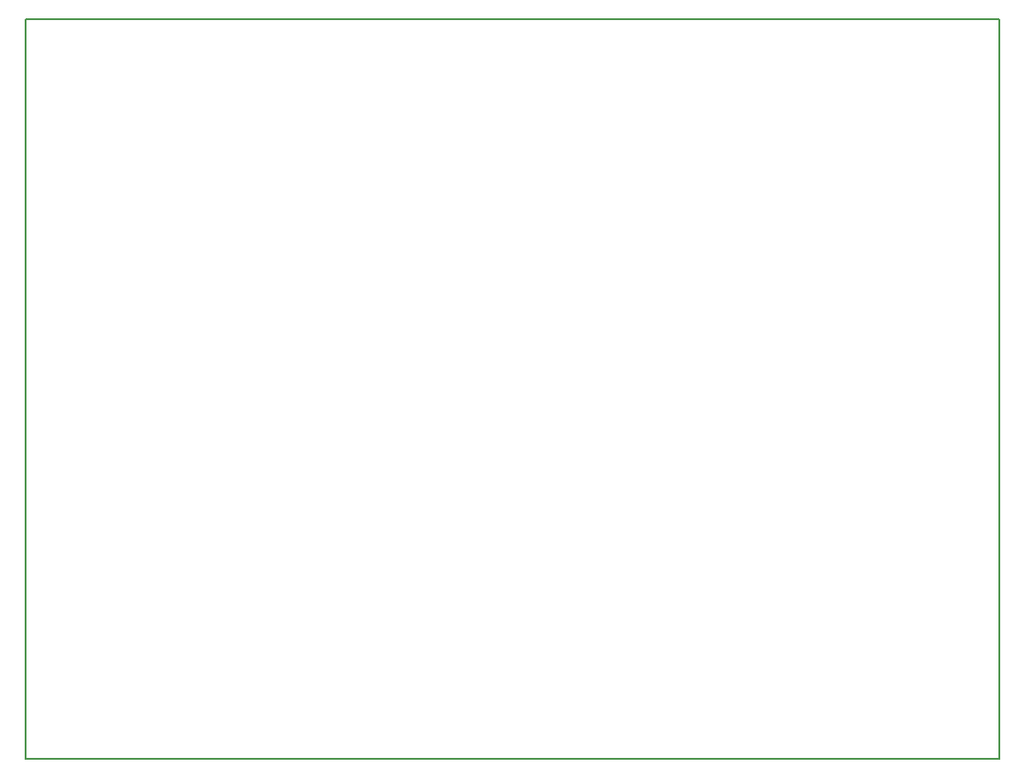
<source format=gbr>
G04 #@! TF.FileFunction,Profile,NP*
%FSLAX46Y46*%
G04 Gerber Fmt 4.6, Leading zero omitted, Abs format (unit mm)*
G04 Created by KiCad (PCBNEW 4.0.2-stable) date Sunday, 21 August 2016 'amt' 04:24:01*
%MOMM*%
G01*
G04 APERTURE LIST*
%ADD10C,0.100000*%
%ADD11C,0.150000*%
G04 APERTURE END LIST*
D10*
D11*
X146050000Y-68580000D02*
X142240000Y-68580000D01*
X146050000Y-137160000D02*
X146050000Y-68580000D01*
X142240000Y-137160000D02*
X146050000Y-137160000D01*
X142240000Y-68580000D02*
X55880000Y-68580000D01*
X55880000Y-137160000D02*
X142240000Y-137160000D01*
X55880000Y-68580000D02*
X55880000Y-137160000D01*
M02*

</source>
